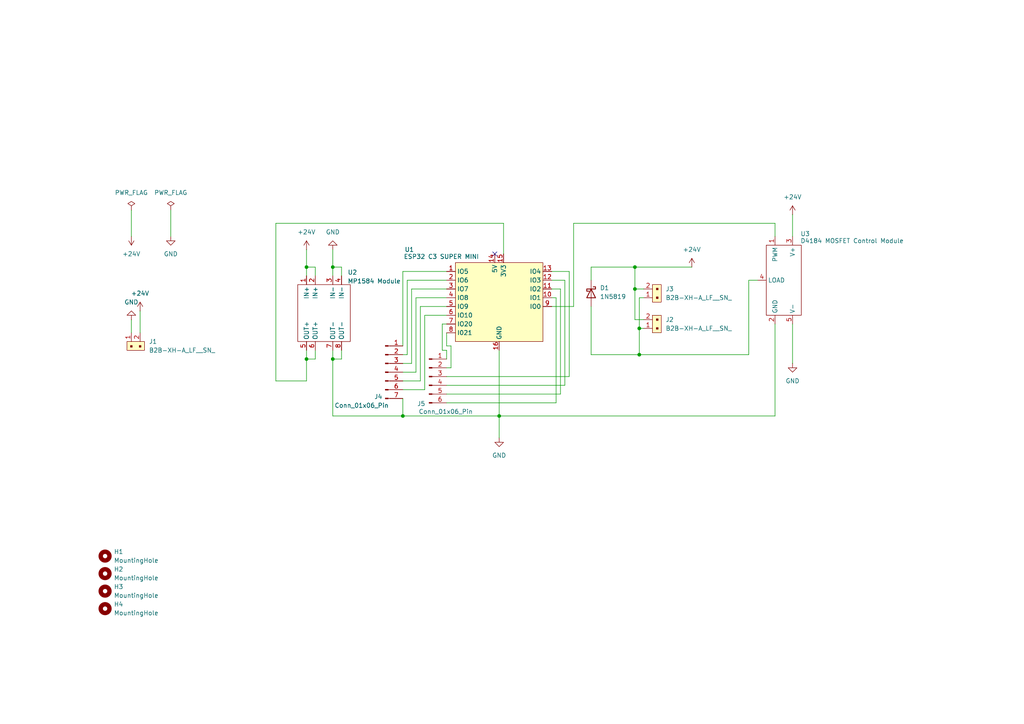
<source format=kicad_sch>
(kicad_sch (version 20231120) (generator "eeschema") (generator_version "8.0")
  (paper "A4")
  (lib_symbols
    (symbol "Connector:Conn_01x06_Pin" (pin_names (offset 1.016) hide)
      (property "Reference" "J" (at 0 7.62 0))
      (property "Value" "Conn_01x06_Pin" (at 0 -10.16 0))
      (symbol "Conn_01x06_Pin_1_1"
        (polyline (pts (xy 1.27 -7.62) (xy 0.8636 -7.62)) (stroke (width 0.1524)))
        (polyline (pts (xy 1.27 -5.08) (xy 0.8636 -5.08)) (stroke (width 0.1524)))
        (polyline (pts (xy 1.27 -2.54) (xy 0.8636 -2.54)) (stroke (width 0.1524)))
        (polyline (pts (xy 1.27 0) (xy 0.8636 0)) (stroke (width 0.1524)))
        (polyline (pts (xy 1.27 2.54) (xy 0.8636 2.54)) (stroke (width 0.1524)))
        (polyline (pts (xy 1.27 5.08) (xy 0.8636 5.08)) (stroke (width 0.1524)))
        (rectangle (start 0.8636 -7.493) (end 0 -7.747) (stroke (width 0.1524)) (fill (type outline)))
        (rectangle (start 0.8636 -4.953) (end 0 -5.207) (stroke (width 0.1524)) (fill (type outline)))
        (rectangle (start 0.8636 -2.413) (end 0 -2.667) (stroke (width 0.1524)) (fill (type outline)))
        (rectangle (start 0.8636 0.127) (end 0 -0.127) (stroke (width 0.1524)) (fill (type outline)))
        (rectangle (start 0.8636 2.667) (end 0 2.413) (stroke (width 0.1524)) (fill (type outline)))
        (rectangle (start 0.8636 5.207) (end 0 4.953) (stroke (width 0.1524)) (fill (type outline)))
        (pin passive line (at 5.08 5.08 180) (length 3.81) (name "Pin_1") (number "1"))
        (pin passive line (at 5.08 2.54 180) (length 3.81) (name "Pin_2") (number "2"))
        (pin passive line (at 5.08 0 180) (length 3.81) (name "Pin_3") (number "3"))
        (pin passive line (at 5.08 -2.54 180) (length 3.81) (name "Pin_4") (number "4"))
        (pin passive line (at 5.08 -5.08 180) (length 3.81) (name "Pin_5") (number "5"))
        (pin passive line (at 5.08 -7.62 180) (length 3.81) (name "Pin_6") (number "6"))
      )
    )
    (symbol "Connector:Conn_01x07_Pin" (pin_names (offset 1.016) hide)
      (property "Reference" "J" (at 0 10.16 0))
      (property "Value" "Conn_01x07_Pin" (at 0 -10.16 0))
      (symbol "Conn_01x07_Pin_1_1"
        (polyline (pts (xy 1.27 -7.62) (xy 0.8636 -7.62)) (stroke (width 0.1524)))
        (polyline (pts (xy 1.27 -5.08) (xy 0.8636 -5.08)) (stroke (width 0.1524)))
        (polyline (pts (xy 1.27 -2.54) (xy 0.8636 -2.54)) (stroke (width 0.1524)))
        (polyline (pts (xy 1.27 0) (xy 0.8636 0)) (stroke (width 0.1524)))
        (polyline (pts (xy 1.27 2.54) (xy 0.8636 2.54)) (stroke (width 0.1524)))
        (polyline (pts (xy 1.27 5.08) (xy 0.8636 5.08)) (stroke (width 0.1524)))
        (polyline (pts (xy 1.27 7.62) (xy 0.8636 7.62)) (stroke (width 0.1524)))
        (rectangle (start 0.8636 -7.493) (end 0 -7.747) (stroke (width 0.1524)) (fill (type outline)))
        (rectangle (start 0.8636 -4.953) (end 0 -5.207) (stroke (width 0.1524)) (fill (type outline)))
        (rectangle (start 0.8636 -2.413) (end 0 -2.667) (stroke (width 0.1524)) (fill (type outline)))
        (rectangle (start 0.8636 0.127) (end 0 -0.127) (stroke (width 0.1524)) (fill (type outline)))
        (rectangle (start 0.8636 2.667) (end 0 2.413) (stroke (width 0.1524)) (fill (type outline)))
        (rectangle (start 0.8636 5.207) (end 0 4.953) (stroke (width 0.1524)) (fill (type outline)))
        (rectangle (start 0.8636 7.747) (end 0 7.493) (stroke (width 0.1524)) (fill (type outline)))
        (pin passive line (at 5.08 7.62 180) (length 3.81) (name "Pin_1") (number "1"))
        (pin passive line (at 5.08 5.08 180) (length 3.81) (name "Pin_2") (number "2"))
        (pin passive line (at 5.08 2.54 180) (length 3.81) (name "Pin_3") (number "3"))
        (pin passive line (at 5.08 0 180) (length 3.81) (name "Pin_4") (number "4"))
        (pin passive line (at 5.08 -2.54 180) (length 3.81) (name "Pin_5") (number "5"))
        (pin passive line (at 5.08 -5.08 180) (length 3.81) (name "Pin_6") (number "6"))
        (pin passive line (at 5.08 -7.62 180) (length 3.81) (name "Pin_7") (number "7"))
      )
    )
    (symbol "Diode:1N5819" (pin_numbers hide) (pin_names (offset 1.016) hide)
      (property "Reference" "D" (at 0 2.54 0))
      (property "Value" "1N5819" (at 0 -2.54 0))
      (symbol "1N5819_0_1"
        (polyline (pts (xy 1.27 0) (xy -1.27 0)))
        (polyline (pts (xy 1.27 1.27) (xy 1.27 -1.27) (xy -1.27 0) (xy 1.27 1.27)) (stroke (width 0.254)))
        (polyline (pts (xy -1.905 0.635) (xy -1.905 1.27) (xy -1.27 1.27) (xy -1.27 -1.27) (xy -0.635 -1.27) (xy -0.635 -0.635)) (stroke (width 0.254)))
      )
      (symbol "1N5819_1_1"
        (pin passive line (at -3.81 0 0) (length 2.54) (name "K") (number "1"))
        (pin passive line (at 3.81 0 180) (length 2.54) (name "A") (number "2"))
      )
    )
    (symbol "Mechanical:MountingHole" (pin_names (offset 1.016)) (exclude_from_sim yes) (in_bom no)
      (property "Reference" "H" (at 0 5.08 0))
      (property "Value" "MountingHole" (at 0 3.175 0))
      (symbol "MountingHole_0_1"
        (circle (center 0 0) (radius 1.27) (stroke (width 1.27)))
      )
    )
    (symbol "dk_Rectangular-Connectors-Headers-Male-Pins:B2B-XH-A_LF__SN_" (pin_names (offset 1.016))
      (property "Reference" "J" (at -2.54 -1.27 0))
      (property "Value" "B2B-XH-A_LF__SN_" (at 1.27 -3.81 0))
      (symbol "B2B-XH-A_LF__SN__1_1"
        (rectangle (start -1.27 0) (end 3.81 -2.54) (fill (type background)))
        (rectangle (start -0.254 -1.143) (end 0.254 -1.651) (fill (type outline)))
        (rectangle (start 2.286 -1.143) (end 2.794 -1.651) (fill (type outline)))
        (pin passive line (at 0 2.54 270) (length 2.54) (name "~") (number "1"))
        (pin passive line (at 2.54 2.54 270) (length 2.54) (name "~") (number "2"))
      )
    )
    (symbol "power:+24V" (power) (pin_numbers hide) (pin_names (offset 0) hide)
      (property "Value" "+24V" (at 0 3.556 0))
      (symbol "+24V_0_1"
        (polyline (pts (xy -0.762 1.27) (xy 0 2.54)))
        (polyline (pts (xy 0 0) (xy 0 2.54)))
        (polyline (pts (xy 0 2.54) (xy 0.762 1.27)))
      )
      (symbol "+24V_1_1"
        (pin power_in line (at 0 0 90) (length 0) (name "~") (number "1"))
      )
    )
    (symbol "power:GND" (power) (pin_numbers hide) (pin_names (offset 0) hide)
      (property "Value" "GND" (at 0 -3.81 0))
      (symbol "GND_0_1"
        (polyline (pts (xy 0 0) (xy 0 -1.27) (xy 1.27 -1.27) (xy 0 -2.54) (xy -1.27 -1.27) (xy 0 -1.27)))
      )
      (symbol "GND_1_1"
        (pin power_in line (at 0 0 270) (length 0) (name "~") (number "1"))
      )
    )
    (symbol "power:PWR_FLAG" (power) (pin_numbers hide) (pin_names (offset 0) hide)
      (property "Value" "PWR_FLAG" (at 0 3.81 0))
      (symbol "PWR_FLAG_0_0"
        (pin power_out line (at 0 0 90) (length 0) (name "~") (number "1"))
      )
      (symbol "PWR_FLAG_0_1"
        (polyline (pts (xy 0 0) (xy 0 1.27) (xy -1.016 1.905) (xy 0 2.54) (xy 1.016 1.905) (xy 0 1.27)))
      )
    )
    (symbol "robby:D4184_MOSFET_Control_Module"
      (property "Reference" "U" (at 0 0 0))
      (property "Value" "D4184 MOSFET Control Module" (at 19.05 -11.938 0))
      (symbol "D4184_MOSFET_Control_Module_0_1"
        (rectangle (start -5.08 10.16) (end 5.08 -10.16))
      )
      (symbol "D4184_MOSFET_Control_Module_1_1"
        (pin input line (at -2.54 12.7 270) (length 2.54) (name "PWM") (number "1"))
        (pin power_in line (at -2.54 -12.7 90) (length 2.54) (name "GND") (number "2"))
        (pin power_in line (at 2.54 12.7 270) (length 2.54) (name "V+") (number "3"))
        (pin power_out line (at -7.62 0 0) (length 2.54) (name "LOAD") (number "4"))
        (pin power_in line (at 2.54 -12.7 90) (length 2.54) (name "V-") (number "5"))
      )
    )
    (symbol "robby:ESP32_C3_Super_Mini"
      (property "Reference" "U" (at 0 0 0))
      (property "Value" "ESP32 C3 SUPER MINI" (at -15.494 14.478 0))
      (symbol "ESP32_C3_Super_Mini_1_1"
        (rectangle (start -12.7 12.7) (end 12.7 -10.16) (fill (type background)))
        (pin bidirectional line (at -15.24 10.16 0) (length 2.54) (name "IO5") (number "1"))
        (pin bidirectional line (at 15.24 2.54 180) (length 2.54) (name "IO1") (number "10"))
        (pin bidirectional line (at 15.24 5.08 180) (length 2.54) (name "IO2") (number "11"))
        (pin bidirectional line (at 15.24 7.62 180) (length 2.54) (name "IO3") (number "12"))
        (pin bidirectional line (at 15.24 10.16 180) (length 2.54) (name "IO4") (number "13"))
        (pin passive line (at -1.27 15.24 270) (length 2.54) (name "5V") (number "14"))
        (pin passive line (at 1.27 15.24 270) (length 2.54) (name "3V3") (number "15"))
        (pin power_in line (at 0 -12.7 90) (length 2.54) (name "GND") (number "16"))
        (pin bidirectional line (at -15.24 7.62 0) (length 2.54) (name "IO6") (number "2"))
        (pin bidirectional line (at -15.24 5.08 0) (length 2.54) (name "IO7") (number "3"))
        (pin bidirectional line (at -15.24 2.54 0) (length 2.54) (name "IO8") (number "4"))
        (pin bidirectional line (at -15.24 0 0) (length 2.54) (name "IO9") (number "5"))
        (pin bidirectional line (at -15.24 -2.54 0) (length 2.54) (name "IO10") (number "6"))
        (pin bidirectional line (at -15.24 -5.08 0) (length 2.54) (name "IO20") (number "7"))
        (pin bidirectional line (at -15.24 -7.62 0) (length 2.54) (name "I021") (number "8"))
        (pin bidirectional line (at 15.24 0 180) (length 2.54) (name "IO0") (number "9"))
      )
    )
    (symbol "robby:MP1584_Module"
      (property "Reference" "U" (at 0 0 0))
      (property "Value" "MP1584 Module" (at 15.748 -4.064 0))
      (symbol "MP1584_Module_0_1"
        (rectangle (start -7.62 7.62) (end 7.62 -8.89))
      )
      (symbol "MP1584_Module_1_1"
        (pin power_in line (at -5.08 10.16 270) (length 2.54) (name "IN+") (number "1"))
        (pin power_in line (at -2.54 10.16 270) (length 2.54) (name "IN+") (number "2"))
        (pin power_in line (at 2.54 10.16 270) (length 2.54) (name "IN-") (number "3"))
        (pin power_in line (at 5.08 10.16 270) (length 2.54) (name "IN-") (number "4"))
        (pin power_out line (at -5.08 -11.43 90) (length 2.54) (name "OUT+") (number "5"))
        (pin passive line (at -2.54 -11.43 90) (length 2.54) (name "OUT+") (number "6"))
        (pin power_in line (at 2.54 -11.43 90) (length 2.54) (name "OUT-") (number "7"))
        (pin power_in line (at 5.08 -11.43 90) (length 2.54) (name "OUT-") (number "8"))
      )
    )
  )
  (junction (at 184.15 83.82))
  (junction (at 116.84 120.65))
  (junction (at 185.42 102.87))
  (junction (at 96.52 104.14))
  (junction (at 184.15 77.47))
  (junction (at 88.9 77.47))
  (junction (at 185.42 95.25))
  (junction (at 96.52 77.47))
  (junction (at 88.9 104.14))
  (junction (at 144.78 120.65))
  (no_connect (at 143.51 73.66))
  (wire (pts (xy 129.54 111.76) (xy 163.83 111.76)))
  (wire (pts (xy 185.42 86.36) (xy 185.42 95.25)))
  (wire (pts (xy 38.1 60.96) (xy 38.1 68.58)))
  (wire (pts (xy 129.54 109.22) (xy 165.1 109.22)))
  (wire (pts (xy 40.64 90.17) (xy 40.64 96.52)))
  (wire (pts (xy 80.01 64.77) (xy 146.05 64.77)))
  (wire (pts (xy 165.1 109.22) (xy 165.1 78.74)))
  (wire (pts (xy 162.56 83.82) (xy 162.56 114.3)))
  (wire (pts (xy 219.71 81.28) (xy 217.17 81.28)))
  (wire (pts (xy 128.27 93.98) (xy 128.27 101.6)))
  (wire (pts (xy 121.92 110.49) (xy 121.92 88.9)))
  (wire (pts (xy 116.84 120.65) (xy 144.78 120.65)))
  (wire (pts (xy 96.52 72.39) (xy 96.52 77.47)))
  (wire (pts (xy 116.84 105.41) (xy 119.38 105.41)))
  (wire (pts (xy 229.87 93.98) (xy 229.87 105.41)))
  (wire (pts (xy 160.02 88.9) (xy 166.37 88.9)))
  (wire (pts (xy 161.29 86.36) (xy 160.02 86.36)))
  (wire (pts (xy 116.84 115.57) (xy 116.84 120.65)))
  (wire (pts (xy 121.92 88.9) (xy 129.54 88.9)))
  (wire (pts (xy 96.52 77.47) (xy 96.52 80.01)))
  (wire (pts (xy 185.42 86.36) (xy 186.69 86.36)))
  (wire (pts (xy 118.11 81.28) (xy 118.11 102.87)))
  (wire (pts (xy 166.37 88.9) (xy 166.37 64.77)))
  (wire (pts (xy 91.44 80.01) (xy 91.44 77.47)))
  (wire (pts (xy 88.9 104.14) (xy 88.9 101.6)))
  (wire (pts (xy 184.15 83.82) (xy 186.69 83.82)))
  (wire (pts (xy 88.9 72.39) (xy 88.9 77.47)))
  (wire (pts (xy 129.54 106.68) (xy 130.81 106.68)))
  (wire (pts (xy 185.42 95.25) (xy 186.69 95.25)))
  (wire (pts (xy 116.84 102.87) (xy 118.11 102.87)))
  (wire (pts (xy 184.15 92.71) (xy 186.69 92.71)))
  (wire (pts (xy 91.44 101.6) (xy 91.44 104.14)))
  (wire (pts (xy 229.87 62.23) (xy 229.87 68.58)))
  (wire (pts (xy 88.9 77.47) (xy 88.9 80.01)))
  (wire (pts (xy 130.81 106.68) (xy 130.81 100.33)))
  (wire (pts (xy 123.19 91.44) (xy 129.54 91.44)))
  (wire (pts (xy 185.42 102.87) (xy 217.17 102.87)))
  (wire (pts (xy 96.52 104.14) (xy 99.06 104.14)))
  (wire (pts (xy 120.65 86.36) (xy 129.54 86.36)))
  (wire (pts (xy 130.81 100.33) (xy 129.54 100.33)))
  (wire (pts (xy 129.54 96.52) (xy 129.54 100.33)))
  (wire (pts (xy 171.45 77.47) (xy 171.45 81.28)))
  (wire (pts (xy 128.27 101.6) (xy 129.54 101.6)))
  (wire (pts (xy 80.01 110.49) (xy 80.01 64.77)))
  (wire (pts (xy 49.53 60.96) (xy 49.53 68.58)))
  (wire (pts (xy 129.54 93.98) (xy 128.27 93.98)))
  (wire (pts (xy 119.38 83.82) (xy 119.38 105.41)))
  (wire (pts (xy 160.02 83.82) (xy 162.56 83.82)))
  (wire (pts (xy 123.19 113.03) (xy 123.19 91.44)))
  (wire (pts (xy 144.78 120.65) (xy 144.78 127)))
  (wire (pts (xy 88.9 110.49) (xy 80.01 110.49)))
  (wire (pts (xy 116.84 110.49) (xy 121.92 110.49)))
  (wire (pts (xy 166.37 64.77) (xy 224.79 64.77)))
  (wire (pts (xy 96.52 104.14) (xy 96.52 120.65)))
  (wire (pts (xy 96.52 77.47) (xy 99.06 77.47)))
  (wire (pts (xy 224.79 93.98) (xy 224.79 120.65)))
  (wire (pts (xy 129.54 101.6) (xy 129.54 104.14)))
  (wire (pts (xy 160.02 81.28) (xy 163.83 81.28)))
  (wire (pts (xy 163.83 111.76) (xy 163.83 81.28)))
  (wire (pts (xy 119.38 83.82) (xy 129.54 83.82)))
  (wire (pts (xy 99.06 101.6) (xy 99.06 104.14)))
  (wire (pts (xy 146.05 64.77) (xy 146.05 73.66)))
  (wire (pts (xy 161.29 86.36) (xy 161.29 116.84)))
  (wire (pts (xy 185.42 95.25) (xy 185.42 102.87)))
  (wire (pts (xy 120.65 107.95) (xy 120.65 86.36)))
  (wire (pts (xy 171.45 88.9) (xy 171.45 102.87)))
  (wire (pts (xy 88.9 110.49) (xy 88.9 104.14)))
  (wire (pts (xy 165.1 78.74) (xy 160.02 78.74)))
  (wire (pts (xy 96.52 120.65) (xy 116.84 120.65)))
  (wire (pts (xy 129.54 78.74) (xy 116.84 78.74)))
  (wire (pts (xy 38.1 92.71) (xy 38.1 96.52)))
  (wire (pts (xy 224.79 120.65) (xy 144.78 120.65)))
  (wire (pts (xy 96.52 101.6) (xy 96.52 104.14)))
  (wire (pts (xy 184.15 77.47) (xy 200.66 77.47)))
  (wire (pts (xy 99.06 80.01) (xy 99.06 77.47)))
  (wire (pts (xy 116.84 107.95) (xy 120.65 107.95)))
  (wire (pts (xy 118.11 81.28) (xy 129.54 81.28)))
  (wire (pts (xy 116.84 113.03) (xy 123.19 113.03)))
  (wire (pts (xy 144.78 101.6) (xy 144.78 120.65)))
  (wire (pts (xy 184.15 83.82) (xy 184.15 92.71)))
  (wire (pts (xy 185.42 102.87) (xy 171.45 102.87)))
  (wire (pts (xy 224.79 64.77) (xy 224.79 68.58)))
  (wire (pts (xy 162.56 114.3) (xy 129.54 114.3)))
  (wire (pts (xy 116.84 78.74) (xy 116.84 100.33)))
  (wire (pts (xy 217.17 81.28) (xy 217.17 102.87)))
  (wire (pts (xy 88.9 104.14) (xy 91.44 104.14)))
  (wire (pts (xy 161.29 116.84) (xy 129.54 116.84)))
  (wire (pts (xy 184.15 77.47) (xy 171.45 77.47)))
  (wire (pts (xy 184.15 77.47) (xy 184.15 83.82)))
  (wire (pts (xy 88.9 77.47) (xy 91.44 77.47)))
  (symbol (lib_id "power:GND") (at 38.1 92.71 180) (unit 1)
    (property "Reference" "#PWR06" (effects (hide yes)))
    (property "Value" "GND" (at 38.1 87.63 0))
    (property "Description" "Power symbol creates a global label with name \"GND\" , ground" (effects (hide yes)))
  )
  (symbol (lib_id "Connector:Conn_01x07_Pin") (at 111.76 107.95 0) (unit 1)
    (property "Reference" "J4" (at 109.728 115.062 0))
    (property "Value" "Conn_01x06_Pin" (at 104.902 117.602 0))
    (property "Footprint" "Connector_PinHeader_2.54mm:PinHeader_1x07_P2.54mm_Vertical" (effects (hide yes)))
    (property "Description" "Generic connector, single row, 01x07, script generated" (effects (hide yes)))
  )
  (symbol (lib_id "dk_Rectangular-Connectors-Headers-Male-Pins:B2B-XH-A_LF__SN_") (at 189.23 95.25 90) (unit 1)
    (property "Reference" "J2" (at 193.04 92.7099 90) (effects (justify right)))
    (property "Value" "B2B-XH-A_LF__SN_" (at 193.04 95.2499 90) (effects (justify right)))
    (property "Footprint" "digikey-footprints:PinHeader_1x2_P2.5mm_Drill1.1mm" (effects (hide yes)))
    (property "Datasheet" "http://www.jst-mfg.com/product/pdf/eng/eXH.pdf" (effects (hide yes)))
    (property "Description" "CONN HEADER VERT 2POS 2.5MM" (effects (hide yes)))
    (property "Digi-Key_PN" "455-2247-ND" (effects (hide yes)))
    (property "MPN" "B2B-XH-A(LF)(SN)" (effects (hide yes)))
    (property "Category" "Connectors, Interconnects" (effects (hide yes)))
    (property "Family" "Rectangular Connectors - Headers, Male Pins" (effects (hide yes)))
    (property "DK_Datasheet_Link" "http://www.jst-mfg.com/product/pdf/eng/eXH.pdf" (effects (hide yes)))
    (property "DK_Detail_Page" "/product-detail/en/jst-sales-america-inc/B2B-XH-A(LF)(SN)/455-2247-ND/1651045" (effects (hide yes)))
    (property "Description_1" "CONN HEADER VERT 2POS 2.5MM" (effects (hide yes)))
    (property "Manufacturer" "JST Sales America Inc." (effects (hide yes)))
    (property "Status" "Active" (effects (hide yes)))
  )
  (symbol (lib_id "power:+24V") (at 40.64 90.17 0) (unit 1)
    (property "Reference" "#PWR04" (effects (hide yes)))
    (property "Value" "+24V" (at 40.64 85.09 0))
    (property "Description" "Power symbol creates a global label with name \"+24V\"" (effects (hide yes)))
  )
  (symbol (lib_id "power:+24V") (at 38.1 68.58 180) (unit 1)
    (property "Reference" "#PWR08" (effects (hide yes)))
    (property "Value" "+24V" (at 38.1 73.66 0))
    (property "Description" "Power symbol creates a global label with name \"+24V\"" (effects (hide yes)))
  )
  (symbol (lib_id "power:GND") (at 49.53 68.58 0) (unit 1)
    (property "Reference" "#PWR010" (effects (hide yes)))
    (property "Value" "GND" (at 49.53 73.66 0))
    (property "Description" "Power symbol creates a global label with name \"GND\" , ground" (effects (hide yes)))
  )
  (symbol (lib_id "dk_Rectangular-Connectors-Headers-Male-Pins:B2B-XH-A_LF__SN_") (at 38.1 99.06 0) (unit 1)
    (property "Reference" "J1" (at 43.18 99.0599 0) (effects (justify left)))
    (property "Value" "B2B-XH-A_LF__SN_" (at 43.18 101.5999 0) (effects (justify left)))
    (property "Footprint" "digikey-footprints:PinHeader_1x2_P2.5mm_Drill1.1mm" (effects (hide yes)))
    (property "Datasheet" "http://www.jst-mfg.com/product/pdf/eng/eXH.pdf" (effects (hide yes)))
    (property "Description" "CONN HEADER VERT 2POS 2.5MM" (effects (hide yes)))
    (property "Digi-Key_PN" "455-2247-ND" (effects (hide yes)))
    (property "MPN" "B2B-XH-A(LF)(SN)" (effects (hide yes)))
    (property "Category" "Connectors, Interconnects" (effects (hide yes)))
    (property "Family" "Rectangular Connectors - Headers, Male Pins" (effects (hide yes)))
    (property "DK_Datasheet_Link" "http://www.jst-mfg.com/product/pdf/eng/eXH.pdf" (effects (hide yes)))
    (property "DK_Detail_Page" "/product-detail/en/jst-sales-america-inc/B2B-XH-A(LF)(SN)/455-2247-ND/1651045" (effects (hide yes)))
    (property "Description_1" "CONN HEADER VERT 2POS 2.5MM" (effects (hide yes)))
    (property "Manufacturer" "JST Sales America Inc." (effects (hide yes)))
    (property "Status" "Active" (effects (hide yes)))
  )
  (symbol (lib_id "dk_Rectangular-Connectors-Headers-Male-Pins:B2B-XH-A_LF__SN_") (at 189.23 86.36 90) (unit 1)
    (property "Reference" "J3" (at 193.04 83.8199 90) (effects (justify right)))
    (property "Value" "B2B-XH-A_LF__SN_" (at 193.04 86.3599 90) (effects (justify right)))
    (property "Footprint" "digikey-footprints:PinHeader_1x2_P2.5mm_Drill1.1mm" (effects (hide yes)))
    (property "Datasheet" "http://www.jst-mfg.com/product/pdf/eng/eXH.pdf" (effects (hide yes)))
    (property "Description" "CONN HEADER VERT 2POS 2.5MM" (effects (hide yes)))
    (property "Digi-Key_PN" "455-2247-ND" (effects (hide yes)))
    (property "MPN" "B2B-XH-A(LF)(SN)" (effects (hide yes)))
    (property "Category" "Connectors, Interconnects" (effects (hide yes)))
    (property "Family" "Rectangular Connectors - Headers, Male Pins" (effects (hide yes)))
    (property "DK_Datasheet_Link" "http://www.jst-mfg.com/product/pdf/eng/eXH.pdf" (effects (hide yes)))
    (property "DK_Detail_Page" "/product-detail/en/jst-sales-america-inc/B2B-XH-A(LF)(SN)/455-2247-ND/1651045" (effects (hide yes)))
    (property "Description_1" "CONN HEADER VERT 2POS 2.5MM" (effects (hide yes)))
    (property "Manufacturer" "JST Sales America Inc." (effects (hide yes)))
    (property "Status" "Active" (effects (hide yes)))
  )
  (symbol (lib_id "power:+24V") (at 88.9 72.39 0) (unit 1)
    (property "Reference" "#PWR05" (effects (hide yes)))
    (property "Value" "+24V" (at 88.9 67.31 0))
    (property "Description" "Power symbol creates a global label with name \"+24V\"" (effects (hide yes)))
  )
  (symbol (lib_id "robby:MP1584_Module") (at 93.98 90.17 0) (unit 1)
    (property "Reference" "U2" (at 100.838 78.994 0) (effects (justify left)))
    (property "Value" "MP1584 Module" (at 100.838 81.534 0) (effects (justify left)))
    (property "Footprint" "robby:MP1584 Module" (effects (hide yes)))
  )
  (symbol (lib_id "power:GND") (at 144.78 127 0) (unit 1)
    (property "Reference" "#PWR02" (effects (hide yes)))
    (property "Value" "GND" (at 144.78 132.08 0))
    (property "Description" "Power symbol creates a global label with name \"GND\" , ground" (effects (hide yes)))
  )
  (symbol (lib_id "Diode:1N5819") (at 171.45 85.09 270) (unit 1)
    (property "Reference" "D1" (at 173.99 83.5024 90) (effects (justify left)))
    (property "Value" "1N5819" (at 173.99 86.0424 90) (effects (justify left)))
    (property "Footprint" "Diode_THT:D_DO-41_SOD81_P10.16mm_Horizontal" (effects (hide yes)))
    (property "Datasheet" "http://www.vishay.com/docs/88525/1n5817.pdf" (effects (hide yes)))
    (property "Description" "40V 1A Schottky Barrier Rectifier Diode, DO-41" (effects (hide yes)))
  )
  (symbol (lib_id "power:+24V") (at 200.66 77.47 0) (unit 1)
    (property "Reference" "#PWR01" (effects (hide yes)))
    (property "Value" "+24V" (at 200.66 72.39 0))
    (property "Description" "Power symbol creates a global label with name \"+24V\"" (effects (hide yes)))
  )
  (symbol (lib_id "power:PWR_FLAG") (at 49.53 60.96 0) (unit 1)
    (property "Reference" "#FLG02" (effects (hide yes)))
    (property "Value" "PWR_FLAG" (at 49.53 55.88 0))
    (property "Description" "Special symbol for telling ERC where power comes from" (effects (hide yes)))
  )
  (symbol (lib_id "power:GND") (at 96.52 72.39 180) (unit 1)
    (property "Reference" "#PWR011" (effects (hide yes)))
    (property "Value" "GND" (at 96.52 67.31 0))
    (property "Description" "Power symbol creates a global label with name \"GND\" , ground" (effects (hide yes)))
  )
  (symbol (lib_id "power:+24V") (at 229.87 62.23 0) (unit 1)
    (property "Reference" "#PWR03" (effects (hide yes)))
    (property "Value" "+24V" (at 229.87 57.15 0))
    (property "Description" "Power symbol creates a global label with name \"+24V\"" (effects (hide yes)))
  )
  (symbol (lib_id "robby:ESP32_C3_Super_Mini") (at 144.78 88.9 0) (unit 1)
    (property "Reference" "U1" (at 117.348 72.39 0) (effects (justify left)))
    (property "Value" "ESP32 C3 SUPER MINI" (at 117.094 74.422 0) (effects (justify left)))
    (property "Footprint" "robby:ESP32_C3_Super_Mini" (effects (hide yes)))
  )
  (symbol (lib_id "robby:D4184_MOSFET_Control_Module") (at 227.33 81.28 0) (unit 1)
    (property "Reference" "U3" (at 232.156 67.818 0) (effects (justify left)))
    (property "Value" "D4184 MOSFET Control Module" (at 232.156 69.85 0) (effects (justify left)))
    (property "Footprint" "robby:D4184 MOSFET Control Module" (effects (hide yes)))
  )
  (symbol (lib_id "Connector:Conn_01x06_Pin") (at 124.46 109.22 0) (unit 1)
    (property "Reference" "J5" (at 122.174 117.094 0))
    (property "Value" "Conn_01x06_Pin" (at 129.286 119.38 0))
    (property "Footprint" "Connector_PinHeader_2.54mm:PinHeader_1x06_P2.54mm_Vertical" (effects (hide yes)))
    (property "Description" "Generic connector, single row, 01x06, script generated" (effects (hide yes)))
  )
  (symbol (lib_id "Mechanical:MountingHole") (at 30.48 176.53 0) (unit 1) (exclude_from_sim yes) (in_bom no)
    (property "Reference" "H4" (at 33.02 175.2599 0) (effects (justify left)))
    (property "Value" "MountingHole" (at 33.02 177.7999 0) (effects (justify left)))
    (property "Footprint" "MountingHole:MountingHole_2.2mm_M2" (effects (hide yes)))
    (property "Description" "Mounting Hole without connection" (effects (hide yes)))
  )
  (symbol (lib_id "Mechanical:MountingHole") (at 30.48 166.37 0) (unit 1) (exclude_from_sim yes) (in_bom no)
    (property "Reference" "H2" (at 33.02 165.0999 0) (effects (justify left)))
    (property "Value" "MountingHole" (at 33.02 167.6399 0) (effects (justify left)))
    (property "Footprint" "MountingHole:MountingHole_2.2mm_M2" (effects (hide yes)))
    (property "Description" "Mounting Hole without connection" (effects (hide yes)))
  )
  (symbol (lib_id "power:GND") (at 229.87 105.41 0) (unit 1)
    (property "Reference" "#PWR014" (effects (hide yes)))
    (property "Value" "GND" (at 229.87 110.49 0))
    (property "Description" "Power symbol creates a global label with name \"GND\" , ground" (effects (hide yes)))
  )
  (symbol (lib_id "Mechanical:MountingHole") (at 30.48 161.29 0) (unit 1) (exclude_from_sim yes) (in_bom no)
    (property "Reference" "H1" (at 33.02 160.0199 0) (effects (justify left)))
    (property "Value" "MountingHole" (at 33.02 162.5599 0) (effects (justify left)))
    (property "Footprint" "MountingHole:MountingHole_2.2mm_M2" (effects (hide yes)))
    (property "Description" "Mounting Hole without connection" (effects (hide yes)))
  )
  (symbol (lib_id "power:PWR_FLAG") (at 38.1 60.96 0) (unit 1)
    (property "Reference" "#FLG01" (effects (hide yes)))
    (property "Value" "PWR_FLAG" (at 38.1 55.88 0))
    (property "Description" "Special symbol for telling ERC where power comes from" (effects (hide yes)))
  )
  (symbol (lib_id "Mechanical:MountingHole") (at 30.48 171.45 0) (unit 1) (exclude_from_sim yes) (in_bom no)
    (property "Reference" "H3" (at 33.02 170.1799 0) (effects (justify left)))
    (property "Value" "MountingHole" (at 33.02 172.7199 0) (effects (justify left)))
    (property "Footprint" "MountingHole:MountingHole_2.2mm_M2" (effects (hide yes)))
    (property "Description" "Mounting Hole without connection" (effects (hide yes)))
  )
)
</source>
